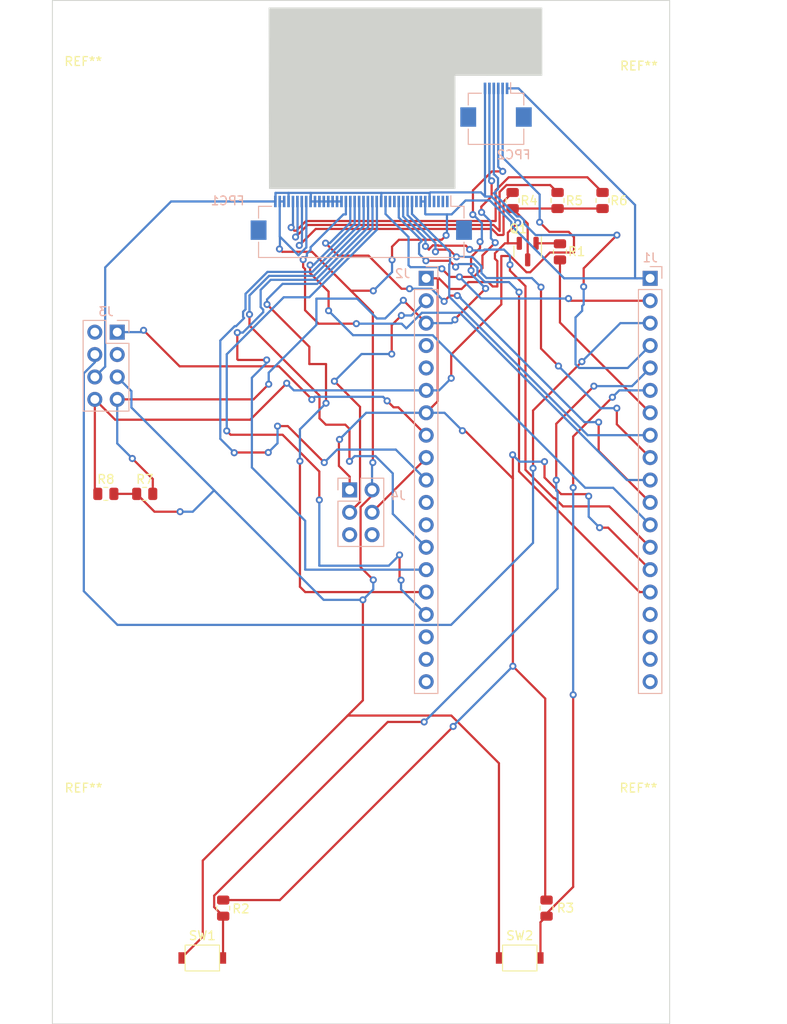
<source format=kicad_pcb>
(kicad_pcb (version 20211014) (generator pcbnew)
  (layers (0 "F.Cu" signal) (31 "B.Cu" signal) (34 "B.Paste" user) (35 "F.Paste" user) (36 "B.SilkS" user "B.Silkscreen") (37 "F.SilkS" user "F.Silkscreen") (38 "B.Mask" user) (39 "F.Mask" user) (44 "Edge.Cuts" user))
  (net 0 "")
  (net 5 "GND")
  (net 6 "3.3V")
  (net 8 "TFT_CS")
  (net 9 "DC_RS")
  (net 10 "TFT_WR")
  (net 11 "TFT_RD")
  (net 14 "TFT_RESET")
  (net 15 "DB0")
  (net 16 "DB1")
  (net 17 "DB2")
  (net 18 "DB3")
  (net 19 "DB4")
  (net 20 "DB5")
  (net 21 "DB6")
  (net 22 "DB7")
  (net 23 "LED_K1")
  (net 24 "LED_K2")
  (net 25 "LED_K3")
  (net 26 "SDA")
  (net 27 "SCL")
  (net 28 "CTC_IRQ")
  (net 29 "VP")
  (net 30 "BTN1")
  (net 31 "BTN2")
  (net 32 "TFT_Backlight")
  (net 37 "RELAY2T")
  (net 40 "IO19")
  (net 41 "RELAY1T")
  (net 51 "Net-(Q1-Pad1)")
  (net 52 "Net-(Q1-Pad3)")
  (footprint "MountingHole:MountingHole_2.2mm_M2" (layer "F.Cu") (at 64.167 123.6245)
    (fp_text reference "REF**")
    (fp_text value "MountingHole_2.2mm_M2")
  )
  (footprint "MountingHole:MountingHole_2.2mm_M2" (layer "F.Cu") (at 127.095 34.7015)
    (fp_text reference "REF**")
    (fp_text value "MountingHole_2.2mm_M2")
  )
  (footprint "Resistor_SMD:R_0805_2012Metric" (layer "F.Cu") (at 66.69 87.09)
    (fp_text reference "R8")
    (fp_text value "10K")
  )
  (footprint "Resistor_SMD:R_0805_2012Metric" (layer "F.Cu") (at 123.02 53.84 90)
    (fp_text reference "R6")
    (fp_text value "10")
  )
  (footprint "Resistor_SMD:R_0805_2012Metric" (layer "F.Cu") (at 71.1 87.09)
    (fp_text reference "R7")
    (fp_text value "10K")
  )
  (footprint "Resistor_SMD:R_0805_2012Metric" (layer "F.Cu") (at 112.82 53.84 90)
    (fp_text reference "R4")
    (fp_text value "10")
  )
  (footprint "MountingHole:MountingHole_2.2mm_M2" (layer "F.Cu") (at 64.167 34.7015)
    (fp_text reference "REF**")
    (fp_text value "MountingHole_2.2mm_M2")
  )
  (footprint "Resistor_SMD:R_0805_2012Metric" (layer "F.Cu") (at 116.67 134.04 -90)
    (fp_text reference "R3")
    (fp_text value "10K")
  )
  (footprint "Resistor_SMD:R_0805_2012Metric" (layer "F.Cu") (at 117.92 53.84 90)
    (fp_text reference "R5")
    (fp_text value "10")
  )
  (footprint "Resistor_SMD:R_0805_2012Metric" (layer "F.Cu") (at 118.19 59.66 90)
    (fp_text reference "R1")
    (fp_text value "10K")
  )
  (footprint "MountingHole:MountingHole_2.2mm_M2" (layer "F.Cu") (at 127.095 123.6245)
    (fp_text reference "REF**")
    (fp_text value "MountingHole_2.2mm_M2")
  )
  (footprint "LCSCManual:TS-1088R-02526" (layer "F.Cu") (at 77.631 137.1605 180)
    (fp_text reference "SW1")
    (fp_text value "SW_Push")
  )
  (footprint "Resistor_SMD:R_0805_2012Metric" (layer "F.Cu") (at 80 134.04 -90)
    (fp_text reference "R2")
    (fp_text value "10K")
  )
  (footprint "Package_TO_SOT_SMD:SOT-23" (layer "F.Cu") (at 114.53 59.63 -90)
    (fp_text reference "Q1")
    (fp_text value "BC817")
  )
  (footprint "LCSCManual:TS-1088R-02526" (layer "F.Cu") (at 113.631 137.1605 180)
    (fp_text reference "SW2")
    (fp_text value "SW_Push")
  )
  (footprint "Connector_PinHeader_2.54mm:PinHeader_2x04_P2.54mm_Vertical" (layer "B.Cu") (at 67.98 68.76 180)
    (fp_text reference "J3")
    (fp_text value "Conn_02x04_Top_Bottom")
  )
  (footprint "Connector_PinHeader_2.54mm:PinHeader_1x19_P2.54mm_Vertical" (layer "B.Cu") (at 128.42 62.66 180)
    (fp_text reference "J1")
    (fp_text value "Conn_01x19_Male")
  )
  (footprint "Connector_PinSocket_2.54mm:PinSocket_2x03_P2.54mm_Vertical" (layer "B.Cu") (at 94.341 86.6405 180)
    (fp_text reference "J4")
    (fp_text value "Conn_02x03_Top_Bottom")
  )
  (footprint "Connector_PinHeader_2.54mm:PinHeader_1x19_P2.54mm_Vertical" (layer "B.Cu") (at 103.02 62.66 180)
    (fp_text reference "J2")
    (fp_text value "Conn_01x19_Male")
  )
  (footprint "Connector_FFC-FPC:Hirose_FH12-6S-0.5SH_1x06-1MP_P0.50mm_Horizontal" (layer "B.Cu") (at 110.94 42.98 180)
    (fp_text reference "FPC2")
    (fp_text value "Conn_01x06")
  )
  (footprint "Connector_FFC-FPC:Hirose_FH12-40S-0.5SH_1x40-1MP_P0.50mm_Horizontal" (layer "B.Cu") (at 95.66 55.8 180)
    (fp_text reference "FPC1")
    (fp_text value "FPC_40P_0.5mm")
  )
  (gr_poly (pts (xy 85.240866 52.474359) (xy 106.288849 52.475567) (xy 106.28094 39.651213) (xy 116.136113 39.654883) (xy 116.133843 32.020715) (xy 85.201687 32.015837)) (layer "Edge.Cuts") (width 0.1) (fill solid))
  (gr_rect (start 60.631 31.1655) (end 130.631 147.1655) (layer "Edge.Cuts") (width 0.1) (fill none))
  (segment (start 121.45 87.35) (end 121.225 87.125) (width 0.25) (layer "F.Cu") (net 5))
  (segment (start 112.85 82.6845) (end 112.85 85.36) (width 0.25) (layer "F.Cu") (net 5))
  (segment (start 86.4225 133.1275) (end 80 133.1275) (width 0.25) (layer "F.Cu") (net 5))
  (segment (start 93.12 80.99) (end 93.19 80.92) (width 0.25) (layer "F.Cu") (net 5))
  (segment (start 112.2825 58.6925) (end 111.952195 58.6925) (width 0.25) (layer "F.Cu") (net 5))
  (segment (start 112.8255 82.66) (end 112.85 82.6845) (width 0.25) (layer "F.Cu") (net 5))
  (segment (start 123.66 90.92) (end 122.69 90.92) (width 0.25) (layer "F.Cu") (net 5))
  (segment (start 110.555305 63.58) (end 110.060305 63.085) (width 0.25) (layer "F.Cu") (net 5))
  (segment (start 107.820305 63.085) (end 107.035305 63.87) (width 0.25) (layer "F.Cu") (net 5))
  (segment (start 110.815 59.829695) (end 110.815 60.430305) (width 0.25) (layer "F.Cu") (net 5))
  (segment (start 112.85 106.62) (end 112.85 85.36) (width 0.25) (layer "F.Cu") (net 5))
  (segment (start 116.52 110.29) (end 116.52 132.9775) (width 0.25) (layer "F.Cu") (net 5))
  (segment (start 113.58 58.6925) (end 112.2825 58.6925) (width 0.25) (layer "F.Cu") (net 5))
  (segment (start 94.341 86.6405) (end 94.341 85.141) (width 0.25) (layer "F.Cu") (net 5))
  (segment (start 105.67 63.87) (end 104.46 62.66) (width 0.25) (layer "F.Cu") (net 5))
  (segment (start 110.060305 63.085) (end 107.820305 63.085) (width 0.25) (layer "F.Cu") (net 5))
  (segment (start 107.58 80.09) (end 107.42 79.93) (width 0.25) (layer "F.Cu") (net 5))
  (segment (start 94.341 85.141) (end 93.12 83.92) (width 0.25) (layer "F.Cu") (net 5))
  (segment (start 118.329695 87.125) (end 116.44 85.235305) (width 0.25) (layer "F.Cu") (net 5))
  (segment (start 104.46 62.66) (end 103.02 62.66) (width 0.25) (layer "F.Cu") (net 5))
  (segment (start 128.42 95.68) (end 123.66 90.92) (width 0.25) (layer "F.Cu") (net 5))
  (segment (start 104.33 62.79) (end 104.46 62.66) (width 0.25) (layer "F.Cu") (net 5))
  (segment (start 107.035305 63.87) (end 105.67 63.87) (width 0.25) (layer "F.Cu") (net 5))
  (segment (start 111.09 63.58) (end 110.555305 63.58) (width 0.25) (layer "F.Cu") (net 5))
  (segment (start 103.02 77.9) (end 104.33 76.59) (width 0.25) (layer "F.Cu") (net 5))
  (segment (start 121.225 87.125) (end 118.329695 87.125) (width 0.25) (layer "F.Cu") (net 5))
  (segment (start 106.08 113.47) (end 86.4225 133.1275) (width 0.25) (layer "F.Cu") (net 5))
  (segment (start 116.52 132.9775) (end 116.67 133.1275) (width 0.25) (layer "F.Cu") (net 5))
  (segment (start 112.2825 57.4875) (end 113.4 56.37) (width 0.25) (layer "F.Cu") (net 5))
  (segment (start 110.815 60.430305) (end 111.09 60.705305) (width 0.25) (layer "F.Cu") (net 5))
  (segment (start 112.85 85.36) (end 107.58 80.09) (width 0.25) (layer "F.Cu") (net 5))
  (segment (start 111.952195 58.6925) (end 110.815 59.829695) (width 0.25) (layer "F.Cu") (net 5))
  (segment (start 111.09 60.705305) (end 111.09 63.58) (width 0.25) (layer "F.Cu") (net 5))
  (segment (start 107.42 79.93) (end 107.13 79.93) (width 0.25) (layer "F.Cu") (net 5))
  (segment (start 93.12 83.92) (end 93.12 80.99) (width 0.25) (layer "F.Cu") (net 5))
  (segment (start 104.33 76.59) (end 104.33 62.79) (width 0.25) (layer "F.Cu") (net 5))
  (segment (start 112.2825 58.6925) (end 112.2825 57.4875) (width 0.25) (layer "F.Cu") (net 5))
  (segment (start 112.85 106.62) (end 116.52 110.29) (width 0.25) (layer "F.Cu") (net 5))
  (segment (start 106.08 113.45) (end 106.08 113.47) (width 0.25) (layer "F.Cu") (net 5))
  (segment (start 116.44 85.235305) (end 116.44 83.44) (width 0.25) (layer "F.Cu") (net 5))
  (via (at 112.8255 82.66) (size 0.8) (drill 0.4) (layers "F.Cu" "B.Cu") (net 5))
  (via (at 112.85 106.62) (size 0.8) (drill 0.4) (layers "F.Cu" "B.Cu") (net 5))
  (via (at 93.19 80.92) (size 0.8) (drill 0.4) (layers "F.Cu" "B.Cu") (net 5))
  (via (at 106.08 113.45) (size 0.8) (drill 0.4) (layers "F.Cu" "B.Cu") (net 5))
  (via (at 116.44 83.44) (size 0.8) (drill 0.4) (layers "F.Cu" "B.Cu") (net 5))
  (via (at 113.4 56.37) (size 0.8) (drill 0.4) (layers "F.Cu" "B.Cu") (net 5))
  (via (at 107.13 79.93) (size 0.8) (drill 0.4) (layers "F.Cu" "B.Cu") (net 5))
  (via (at 121.45 87.35) (size 0.8) (drill 0.4) (layers "F.Cu" "B.Cu") (net 5))
  (via (at 122.69 90.92) (size 0.8) (drill 0.4) (layers "F.Cu" "B.Cu") (net 5))
  (segment (start 109.23 52.92) (end 109.69 53.38) (width 0.25) (layer "B.Cu") (net 5))
  (segment (start 122.69 90.92) (end 121.45 89.68) (width 0.25) (layer "B.Cu") (net 5))
  (segment (start 106.08 113.39) (end 112.85 106.62) (width 0.25) (layer "B.Cu") (net 5))
  (segment (start 103.365 52.975) (end 103.41 53.02) (width 0.25) (layer "B.Cu") (net 5))
  (segment (start 121.45 89.68) (end 121.45 87.35) (width 0.25) (layer "B.Cu") (net 5))
  (segment (start 103.41 53.02) (end 103.41 53.95) (width 0.25) (layer "B.Cu") (net 5))
  (segment (start 89.93 53.49) (end 89.93 52.975) (width 0.25) (layer "B.Cu") (net 5))
  (segment (start 112.8255 82.66) (end 113.6055 83.44) (width 0.25) (layer "B.Cu") (net 5))
  (segment (start 110.42 53.39) (end 113.4 56.37) (width 0.25) (layer "B.Cu") (net 5))
  (segment (start 87.435 52.975) (end 89.885 52.975) (width 0.25) (layer "B.Cu") (net 5))
  (segment (start 89.91 53.95) (end 93.41 53.95) (width 0.25) (layer "B.Cu") (net 5))
  (segment (start 97.935 52.975) (end 103.365 52.975) (width 0.25) (layer "B.Cu") (net 5))
  (segment (start 97.935 52.975) (end 97.935 53.385) (width 0.25) (layer "B.Cu") (net 5))
  (segment (start 106.08 113.45) (end 106.08 113.39) (width 0.25) (layer "B.Cu") (net 5))
  (segment (start 105.1 77.9) (end 103.02 77.9) (width 0.25) (layer "B.Cu") (net 5))
  (segment (start 74.09 53.95) (end 66.615 61.425) (width 0.25) (layer "B.Cu") (net 5))
  (segment (start 89.93 53.49) (end 89.93 53.95) (width 0.25) (layer "B.Cu") (net 5))
  (segment (start 107.13 79.93) (end 105.1 77.9) (width 0.25) (layer "B.Cu") (net 5))
  (segment (start 103.41 53) (end 103.49 52.92) (width 0.25) (layer "B.Cu") (net 5))
  (segment (start 85.93 53.95) (end 74.09 53.95) (width 0.25) (layer "B.Cu") (net 5))
  (segment (start 103.41 53.02) (end 103.41 53) (width 0.25) (layer "B.Cu") (net 5))
  (segment (start 113.6055 83.44) (end 116.44 83.44) (width 0.25) (layer "B.Cu") (net 5))
  (segment (start 87.385 52.975) (end 85.935 52.975) (width 0.25) (layer "B.Cu") (net 5))
  (segment (start 109.69 53.38) (end 109.68 53.39) (width 0.25) (layer "B.Cu") (net 5))
  (segment (start 89.93 53.02) (end 89.93 53.49) (width 0.25) (layer "B.Cu") (net 5))
  (segment (start 96.21 77.9) (end 103.02 77.9) (width 0.25) (layer "B.Cu") (net 5))
  (segment (start 87.405 52.995) (end 87.385 52.975) (width 0.25) (layer "B.Cu") (net 5))
  (segment (start 85.93 52.98) (end 85.93 53.95) (width 0.25) (layer "B.Cu") (net 5))
  (segment (start 85.935 52.975) (end 85.93 52.98) (width 0.25) (layer "B.Cu") (net 5))
  (segment (start 93.19 80.92) (end 96.21 77.9) (width 0.25) (layer "B.Cu") (net 5))
  (segment (start 89.885 52.975) (end 89.93 53.02) (width 0.25) (layer "B.Cu") (net 5))
  (segment (start 109.69 41.13) (end 109.69 53.38) (width 0.25) (layer "B.Cu") (net 5))
  (segment (start 66.615 61.425) (end 66.615 72.665) (width 0.25) (layer "B.Cu") (net 5))
  (segment (start 87.41 53) (end 87.435 52.975) (width 0.25) (layer "B.Cu") (net 5))
  (segment (start 103.49 52.92) (end 109.23 52.92) (width 0.25) (layer "B.Cu") (net 5))
  (segment (start 66.615 72.665) (end 65.44 73.84) (width 0.25) (layer "B.Cu") (net 5))
  (segment (start 109.68 53.39) (end 110.42 53.39) (width 0.25) (layer "B.Cu") (net 5))
  (segment (start 87.41 53.95) (end 87.41 53) (width 0.25) (layer "B.Cu") (net 5))
  (segment (start 97.93 53.39) (end 97.93 54.44) (width 0.25) (layer "B.Cu") (net 5))
  (segment (start 97.935 53.385) (end 97.93 53.39) (width 0.25) (layer "B.Cu") (net 5))
  (segment (start 89.93 52.975) (end 97.935 52.975) (width 0.25) (layer "B.Cu") (net 5))
  (segment (start 94.115 112.215) (end 77.68 128.65) (width 0.25) (layer "F.Cu") (net 6))
  (segment (start 96.97 66.555305) (end 96.97 83.54) (width 0.25) (layer "F.Cu") (net 6))
  (segment (start 105.870305 112.215) (end 94.115 112.215) (width 0.25) (layer "F.Cu") (net 6))
  (segment (start 90.068355 59.65366) (end 94.477347 64.062653) (width 0.25) (layer "F.Cu") (net 6))
  (segment (start 105.28 57.7895) (end 104.7795 58.29) (width 0.25) (layer "F.Cu") (net 6))
  (segment (start 99.93 58.29) (end 99.15 59.07) (width 0.25) (layer "F.Cu") (net 6))
  (segment (start 77.68 128.65) (end 77.68 137.2815) (width 0.25) (layer "F.Cu") (net 6))
  (segment (start 104.7795 58.29) (end 99.93 58.29) (width 0.25) (layer "F.Cu") (net 6))
  (segment (start 95.58 95.4) (end 95.58 88.577896) (width 0.25) (layer "F.Cu") (net 6))
  (segment (start 70.1875 87.09) (end 72.2075 89.11) (width 0.25) (layer "F.Cu") (net 6))
  (segment (start 111.271 139.6905) (end 111.271 117.615695) (width 0.25) (layer "F.Cu") (net 6))
  (segment (start 77.68 137.2815) (end 75.271 139.6905) (width 0.25) (layer "F.Cu") (net 6))
  (segment (start 97.02 64.08) (end 97.002653 64.062653) (width 0.25) (layer "F.Cu") (net 6))
  (segment (start 94.115 112.215) (end 95.84 110.49) (width 0.25) (layer "F.Cu") (net 6))
  (segment (start 97.02 96.84) (end 95.58 95.4) (width 0.25) (layer "F.Cu") (net 6))
  (segment (start 96.881 87.276896) (end 96.881 86.6405) (width 0.25) (layer "F.Cu") (net 6))
  (segment (start 86.38 59.34) (end 86.69366 59.65366) (width 0.25) (layer "F.Cu") (net 6))
  (segment (start 111.271 117.615695) (end 105.870305 112.215) (width 0.25) (layer "F.Cu") (net 6))
  (segment (start 86.69366 59.65366) (end 90.068355 59.65366) (width 0.25) (layer "F.Cu") (net 6))
  (segment (start 94.477347 64.062653) (end 96.97 66.555305) (width 0.25) (layer "F.Cu") (net 6))
  (segment (start 97.002653 64.062653) (end 94.477347 64.062653) (width 0.25) (layer "F.Cu") (net 6))
  (segment (start 72.2075 89.11) (end 75.11 89.11) (width 0.25) (layer "F.Cu") (net 6))
  (segment (start 95.84 110.49) (end 95.84 99.1) (width 0.25) (layer "F.Cu") (net 6))
  (segment (start 99.15 59.07) (end 99.15 60.57) (width 0.25) (layer "F.Cu") (net 6))
  (segment (start 95.58 88.577896) (end 96.881 87.276896) (width 0.25) (layer "F.Cu") (net 6))
  (segment (start 70.1875 87.09) (end 67.6025 87.09) (width 0.25) (layer "F.Cu") (net 6))
  (via (at 75.11 89.11) (size 0.8) (drill 0.4) (layers "F.Cu" "B.Cu") (net 6))
  (via (at 86.38 59.34) (size 0.8) (drill 0.4) (layers "F.Cu" "B.Cu") (net 6))
  (via (at 99.15 60.57) (size 0.8) (drill 0.4) (layers "F.Cu" "B.Cu") (net 6))
  (via (at 95.84 99.1) (size 0.8) (drill 0.4) (layers "F.Cu" "B.Cu") (net 6))
  (via (at 96.97 83.54) (size 0.8) (drill 0.4) (layers "F.Cu" "B.Cu") (net 6))
  (via (at 97.02 96.84) (size 0.8) (drill 0.4) (layers "F.Cu" "B.Cu") (net 6))
  (via (at 97.02 64.08) (size 0.8) (drill 0.4) (layers "F.Cu" "B.Cu") (net 6))
  (via (at 105.28 57.7895) (size 0.8) (drill 0.4) (layers "F.Cu" "B.Cu") (net 6))
  (segment (start 126.93 62.66) (end 128.42 62.66) (width 0.25) (layer "B.Cu") (net 6))
  (segment (start 105.905 55.415) (end 107.48 53.84) (width 0.25) (layer "B.Cu") (net 6))
  (segment (start 102.955 55.415) (end 105.375 55.415) (width 0.25) (layer "B.Cu") (net 6))
  (segment (start 99.15 61.95) (end 97.02 64.08) (width 0.25) (layer "B.Cu") (net 6))
  (segment (start 126.71 54.35) (end 126.71 62.53) (width 0.25) (layer "B.Cu") (net 6))
  (segment (start 86.41 57.92) (end 86.41 54.46) (width 0.25) (layer "B.Cu") (net 6))
  (segment (start 112.19 41.13) (end 113.49 41.13) (width 0.25) (layer "B.Cu") (net 6))
  (segment (start 118.664695 62.66) (end 126.93 62.66) (width 0.25) (layer "B.Cu") (net 6))
  (segment (start 69.589871 75.449871) (end 67.98 73.84) (width 0.25) (layer "B.Cu") (net 6))
  (segment (start 95.84 99.1) (end 97.02 97.92) (width 0.25) (layer "B.Cu") (net 6))
  (segment (start 76.55 89.11) (end 78.97415 86.68585) (width 0.25) (layer "B.Cu") (net 6))
  (segment (start 78.97415 86.68585) (end 69.589871 77.301572) (width 0.25) (layer "B.Cu") (net 6))
  (segment (start 105.375 57.6945) (end 105.28 57.7895) (width 0.25) (layer "B.Cu") (net 6))
  (segment (start 96.881 83.629) (end 96.97 83.54) (width 0.25) (layer "B.Cu") (net 6))
  (segment (start 107.48 53.84) (end 110.233604 53.84) (width 0.25) (layer "B.Cu") (net 6))
  (segment (start 112.675 56.670305) (end 118.664695 62.66) (width 0.25) (layer "B.Cu") (net 6))
  (segment (start 102.91 55.37) (end 102.955 55.415) (width 0.25) (layer "B.Cu") (net 6))
  (segment (start 105.375 55.415) (end 105.905 55.415) (width 0.25) (layer "B.Cu") (net 6))
  (segment (start 102.91 53.95) (end 102.91 55.37) (width 0.25) (layer "B.Cu") (net 6))
  (segment (start 89.43 59.15192) (end 88.53596 60.04596) (width 0.25) (layer "B.Cu") (net 6))
  (segment (start 86.41 53.95) (end 86.91 53.95) (width 0.25) (layer "B.Cu") (net 6))
  (segment (start 97.02 97.92) (end 97.02 96.84) (width 0.25) (layer "B.Cu") (net 6))
  (segment (start 96.881 86.6405) (end 96.881 83.629) (width 0.25) (layer "B.Cu") (net 6))
  (segment (start 110.233604 53.84) (end 112.675 56.281396) (width 0.25) (layer "B.Cu") (net 6))
  (segment (start 88.53596 60.04596) (end 86.43 57.94) (width 0.25) (layer "B.Cu") (net 6))
  (segment (start 99.15 60.57) (end 99.15 61.95) (width 0.25) (layer "B.Cu") (net 6))
  (segment (start 105.375 55.415) (end 105.375 57.6945) (width 0.25) (layer "B.Cu") (net 6))
  (segment (start 102.91 53.95) (end 102.41 53.95) (width 0.25) (layer "B.Cu") (net 6))
  (segment (start 89.43 54.44) (end 89.43 59.15192) (width 0.25) (layer "B.Cu") (net 6))
  (segment (start 91.388299 99.1) (end 78.97415 86.68585) (width 0.25) (layer "B.Cu") (net 6))
  (segment (start 112.675 56.281396) (end 112.675 56.670305) (width 0.25) (layer "B.Cu") (net 6))
  (segment (start 86.41 54.46) (end 86.43 54.44) (width 0.25) (layer "B.Cu") (net 6))
  (segment (start 95.84 99.1) (end 91.388299 99.1) (width 0.25) (layer "B.Cu") (net 6))
  (segment (start 75.11 89.11) (end 76.55 89.11) (width 0.25) (layer "B.Cu") (net 6))
  (segment (start 86.43 59.29) (end 86.38 59.34) (width 0.25) (layer "B.Cu") (net 6))
  (segment (start 69.589871 77.301572) (end 69.589871 75.449871) (width 0.25) (layer "B.Cu") (net 6))
  (segment (start 113.49 41.13) (end 126.71 54.35) (width 0.25) (layer "B.Cu") (net 6))
  (segment (start 86.43 57.94) (end 86.41 57.92) (width 0.25) (layer "B.Cu") (net 6))
  (segment (start 86.43 57.94) (end 86.43 59.29) (width 0.25) (layer "B.Cu") (net 6))
  (segment (start 105.635 61.079695) (end 105.635 64.735) (width 0.25) (layer "B.Cu") (net 8))
  (segment (start 105.73 60.984695) (end 105.635 61.079695) (width 0.25) (layer "B.Cu") (net 8))
  (segment (start 101.41 54.46) (end 101.41 55.37) (width 0.25) (layer "B.Cu") (net 8))
  (segment (start 105.635 64.735) (end 121.34 80.44) (width 0.25) (layer "B.Cu") (net 8))
  (segment (start 121.34 80.44) (end 128.42 80.44) (width 0.25) (layer "B.Cu") (net 8))
  (segment (start 101.41 55.37) (end 105.73 59.69) (width 0.25) (layer "B.Cu") (net 8))
  (segment (start 101.43 54.44) (end 101.41 54.46) (width 0.25) (layer "B.Cu") (net 8))
  (segment (start 105.73 59.69) (end 105.73 60.984695) (width 0.25) (layer "B.Cu") (net 8))
  (segment (start 116.04 70.62) (end 118.02 72.6) (width 0.25) (layer "F.Cu") (net 9))
  (segment (start 104.31 59.41) (end 104.07 59.65) (width 0.25) (layer "F.Cu") (net 9))
  (segment (start 124.64 77.38) (end 124.64 79.2) (width 0.25) (layer "F.Cu") (net 9))
  (segment (start 116.04 63.66) (end 116.04 70.62) (width 0.25) (layer "F.Cu") (net 9))
  (segment (start 124.64 79.2) (end 128.42 82.98) (width 0.25) (layer "F.Cu") (net 9))
  (segment (start 106.4545 60.23) (end 105.6345 59.41) (width 0.25) (layer "F.Cu") (net 9))
  (segment (start 105.6345 59.41) (end 104.31 59.41) (width 0.25) (layer "F.Cu") (net 9))
  (via (at 124.64 77.38) (size 0.8) (drill 0.4) (layers "F.Cu" "B.Cu") (net 9))
  (via (at 116.04 63.66) (size 0.8) (drill 0.4) (layers "F.Cu" "B.Cu") (net 9))
  (via (at 104.07 59.65) (size 0.8) (drill 0.4) (layers "F.Cu" "B.Cu") (net 9))
  (via (at 106.4545 60.23) (size 0.8) (drill 0.4) (layers "F.Cu" "B.Cu") (net 9))
  (via (at 118.02 72.6) (size 0.8) (drill 0.4) (layers "F.Cu" "B.Cu") (net 9))
  (segment (start 115.015 62.635) (end 116.04 63.66) (width 0.25) (layer "B.Cu") (net 9))
  (segment (start 106.4545 60.23) (end 108.231701 60.23) (width 0.25) (layer "B.Cu") (net 9))
  (segment (start 100.93 54.44) (end 100.91 54.46) (width 0.25) (layer "B.Cu") (net 9))
  (segment (start 108.231701 60.23) (end 109.285 61.283299) (width 0.25) (layer "B.Cu") (net 9))
  (segment (start 122.8 77.38) (end 124.64 77.38) (width 0.25) (layer "B.Cu") (net 9))
  (segment (start 109.857792 62.635) (end 115.015 62.635) (width 0.25) (layer "B.Cu") (net 9))
  (segment (start 109.285 62.062208) (end 109.857792 62.635) (width 0.25) (layer "B.Cu") (net 9))
  (segment (start 118.02 72.6) (end 122.8 77.38) (width 0.25) (layer "B.Cu") (net 9))
  (segment (start 104.07 58.666396) (end 104.07 59.65) (width 0.25) (layer "B.Cu") (net 9))
  (segment (start 100.91 54.46) (end 100.91 55.506396) (width 0.25) (layer "B.Cu") (net 9))
  (segment (start 109.285 61.283299) (end 109.285 62.062208) (width 0.25) (layer "B.Cu") (net 9))
  (segment (start 100.91 55.506396) (end 104.07 58.666396) (width 0.25) (layer "B.Cu") (net 9))
  (segment (start 104.405305 58.96) (end 104.370305 58.925) (width 0.25) (layer "F.Cu") (net 10))
  (segment (start 103.345 59.349695) (end 103.345 59.4) (width 0.25) (layer "F.Cu") (net 10))
  (segment (start 112.52 61.12) (end 112.52 61.79) (width 0.25) (layer "F.Cu") (net 10))
  (segment (start 114.28 84.365305) (end 114.28 63.55) (width 0.25) (layer "F.Cu") (net 10))
  (segment (start 107.95 59.389502) (end 107.520498 58.96) (width 0.25) (layer "F.Cu") (net 10))
  (segment (start 112.52 61.79) (end 113.59 62.86) (width 0.25) (layer "F.Cu") (net 10))
  (segment (start 123.79 88.51) (end 118.54 88.51) (width 0.25) (layer "F.Cu") (net 10))
  (segment (start 117.489695 87.575) (end 114.28 84.365305) (width 0.25) (layer "F.Cu") (net 10))
  (segment (start 103.345 59.4) (end 103.31 59.4) (width 0.25) (layer "F.Cu") (net 10))
  (segment (start 107.520498 58.96) (end 104.405305 58.96) (width 0.25) (layer "F.Cu") (net 10))
  (segment (start 117.605 87.575) (end 117.489695 87.575) (width 0.25) (layer "F.Cu") (net 10))
  (segment (start 103.769695 58.925) (end 103.345 59.349695) (width 0.25) (layer "F.Cu") (net 10))
  (segment (start 104.370305 58.925) (end 103.769695 58.925) (width 0.25) (layer "F.Cu") (net 10))
  (segment (start 114.28 63.55) (end 113.59 62.86) (width 0.25) (layer "F.Cu") (net 10))
  (segment (start 118.54 88.51) (end 117.605 87.575) (width 0.25) (layer "F.Cu") (net 10))
  (segment (start 128.42 93.14) (end 123.79 88.51) (width 0.25) (layer "F.Cu") (net 10))
  (segment (start 103.31 59.4) (end 102.94 59.03) (width 0.25) (layer "F.Cu") (net 10))
  (via (at 112.52 61.12) (size 0.8) (drill 0.4) (layers "F.Cu" "B.Cu") (net 10))
  (via (at 107.95 59.389502) (size 0.8) (drill 0.4) (layers "F.Cu" "B.Cu") (net 10))
  (via (at 102.94 59.03) (size 0.8) (drill 0.4) (layers "F.Cu" "B.Cu") (net 10))
  (segment (start 111.840305 59.405) (end 112.52 60.084695) (width 0.25) (layer "B.Cu") (net 10))
  (segment (start 109.628604 59.405) (end 111.840305 59.405) (width 0.25) (layer "B.Cu") (net 10))
  (segment (start 100.41 55.642792) (end 102.94 58.172792) (width 0.25) (layer "B.Cu") (net 10))
  (segment (start 100.43 54.44) (end 100.41 54.46) (width 0.25) (layer "B.Cu") (net 10))
  (segment (start 102.94 58.172792) (end 102.94 59.03) (width 0.25) (layer "B.Cu") (net 10))
  (segment (start 112.52 60.084695) (end 112.52 61.12) (width 0.25) (layer "B.Cu") (net 10))
  (segment (start 107.95 59.389502) (end 108.059102 59.498604) (width 0.25) (layer "B.Cu") (net 10))
  (segment (start 109.535 59.498604) (end 109.628604 59.405) (width 0.25) (layer "B.Cu") (net 10))
  (segment (start 100.41 54.46) (end 100.41 55.642792) (width 0.25) (layer "B.Cu") (net 10))
  (segment (start 108.059102 59.498604) (end 109.535 59.498604) (width 0.25) (layer "B.Cu") (net 10))
  (segment (start 105.65 60.67) (end 106.36 61.38) (width 0.25) (layer "F.Cu") (net 11))
  (segment (start 113.55 64.2255) (end 113.55 84.552081) (width 0.25) (layer "F.Cu") (net 11))
  (segment (start 127.217919 98.22) (end 128.42 98.22) (width 0.25) (layer "F.Cu") (net 11))
  (segment (start 113.55 84.552081) (end 127.217919 98.22) (width 0.25) (layer "F.Cu") (net 11))
  (segment (start 102.99 60.67) (end 105.65 60.67) (width 0.25) (layer "F.Cu") (net 11))
  (via (at 102.99 60.67) (size 0.8) (drill 0.4) (layers "F.Cu" "B.Cu") (net 11))
  (via (at 106.36 61.38) (size 0.8) (drill 0.4) (layers "F.Cu" "B.Cu") (net 11))
  (via (at 113.55 64.2255) (size 0.8) (drill 0.4) (layers "F.Cu" "B.Cu") (net 11))
  (segment (start 108.835 62.248604) (end 109.671396 63.085) (width 0.25) (layer "B.Cu") (net 11))
  (segment (start 106.36 61.38) (end 106.695 61.045) (width 0.25) (layer "B.Cu") (net 11))
  (segment (start 99.91 55.779188) (end 102.49 58.359188) (width 0.25) (layer "B.Cu") (net 11))
  (segment (start 108.410305 61.045) (end 108.835 61.469695) (width 0.25) (layer "B.Cu") (net 11))
  (segment (start 108.835 61.469695) (end 108.835 62.248604) (width 0.25) (layer "B.Cu") (net 11))
  (segment (start 102.49 58.359188) (end 102.49 58.454695) (width 0.25) (layer "B.Cu") (net 11))
  (segment (start 99.93 54.44) (end 99.91 54.46) (width 0.25) (layer "B.Cu") (net 11))
  (segment (start 106.695 61.045) (end 108.410305 61.045) (width 0.25) (layer "B.Cu") (net 11))
  (segment (start 102.49 58.454695) (end 102.215 58.729695) (width 0.25) (layer "B.Cu") (net 11))
  (segment (start 102.215 59.895) (end 102.99 60.67) (width 0.25) (layer "B.Cu") (net 11))
  (segment (start 102.215 58.729695) (end 102.215 59.895) (width 0.25) (layer "B.Cu") (net 11))
  (segment (start 112.4095 63.085) (end 113.55 64.2255) (width 0.25) (layer "B.Cu") (net 11))
  (segment (start 109.671396 63.085) (end 112.4095 63.085) (width 0.25) (layer "B.Cu") (net 11))
  (segment (start 99.91 54.46) (end 99.91 55.779188) (width 0.25) (layer "B.Cu") (net 11))
  (segment (start 104.8 61.58) (end 105.72 62.5) (width 0.25) (layer "F.Cu") (net 14))
  (segment (start 109.4 60.07) (end 109.4 61.505305) (width 0.25) (layer "F.Cu") (net 14))
  (segment (start 109.27 54.54) (end 109.27 55.15) (width 0.25) (layer "F.Cu") (net 14))
  (segment (start 108.405305 62.5) (end 106.79 62.5) (width 0.25) (layer "F.Cu") (net 14))
  (segment (start 110.44 51.61) (end 110.44 53.37) (width 0.25) (layer "F.Cu") (net 14))
  (segment (start 110.85 58.62) (end 109.4 60.07) (width 0.25) (layer "F.Cu") (net 14))
  (segment (start 105.72 62.5) (end 106.79 62.5) (width 0.25) (layer "F.Cu") (net 14))
  (segment (start 119.16 64.95) (end 119.41 65.2) (width 0.25) (layer "F.Cu") (net 14))
  (segment (start 119.41 65.2) (end 128.42 65.2) (width 0.25) (layer "F.Cu") (net 14))
  (segment (start 109.27 55.15) (end 109.3 55.18) (width 0.25) (layer "F.Cu") (net 14))
  (segment (start 109.4 61.505305) (end 108.405305 62.5) (width 0.25) (layer "F.Cu") (net 14))
  (segment (start 110.44 53.37) (end 109.27 54.54) (width 0.25) (layer "F.Cu") (net 14))
  (via (at 109.3 55.18) (size 0.8) (drill 0.4) (layers "F.Cu" "B.Cu") (net 14))
  (via (at 110.44 51.61) (size 0.8) (drill 0.4) (layers "F.Cu" "B.Cu") (net 14))
  (via (at 119.16 64.95) (size 0.8) (drill 0.4) (layers "F.Cu" "B.Cu") (net 14))
  (via (at 110.85 58.62) (size 0.8) (drill 0.4) (layers "F.Cu" "B.Cu") (net 14))
  (via (at 106.79 62.5) (size 0.8) (drill 0.4) (layers "F.Cu" "B.Cu") (net 14))
  (via (at 104.8 61.58) (size 0.8) (drill 0.4) (layers "F.Cu" "B.Cu") (net 14))
  (segment (start 101.02 57.98) (end 101.02 61.18) (width 0.25) (layer "B.Cu") (net 14))
  (segment (start 110.85 58.62) (end 110.36 58.13) (width 0.25) (layer "B.Cu") (net 14))
  (segment (start 101.02 61.18) (end 101.235 61.395) (width 0.25) (layer "B.Cu") (net 14))
  (segment (start 104.615 61.395) (end 104.8 61.58) (width 0.25) (layer "B.Cu") (net 14))
  (segment (start 110.19 51.36) (end 110.44 51.61) (width 0.25) (layer "B.Cu") (net 14))
  (segment (start 106.79 62.5) (end 109.24 64.95) (width 0.25) (layer "B.Cu") (net 14))
  (segment (start 101.235 61.395) (end 104.615 61.395) (width 0.25) (layer "B.Cu") (net 14))
  (segment (start 98.41 55.37) (end 101.02 57.98) (width 0.25) (layer "B.Cu") (net 14))
  (segment (start 98.41 54.46) (end 98.41 55.37) (width 0.25) (layer "B.Cu") (net 14))
  (segment (start 98.43 54.44) (end 98.41 54.46) (width 0.25) (layer "B.Cu") (net 14))
  (segment (start 110.36 58.13) (end 110.36 56.24) (width 0.25) (layer "B.Cu") (net 14))
  (segment (start 109.24 64.95) (end 119.16 64.95) (width 0.25) (layer "B.Cu") (net 14))
  (segment (start 110.19 41.13) (end 110.19 51.36) (width 0.25) (layer "B.Cu") (net 14))
  (segment (start 110.36 56.24) (end 109.3 55.18) (width 0.25) (layer "B.Cu") (net 14))
  (segment (start 80.4 79.95) (end 80.84 80.39) (width 0.25) (layer "F.Cu") (net 15))
  (segment (start 100 94.01) (end 100 96.7) (width 0.25) (layer "F.Cu") (net 15))
  (segment (start 90.9 84.554695) (end 90.9 87.78) (width 0.25) (layer "F.Cu") (net 15))
  (segment (start 80.84 80.39) (end 86.735305 80.39) (width 0.25) (layer "F.Cu") (net 15))
  (segment (start 86.735305 80.39) (end 90.9 84.554695) (width 0.25) (layer "F.Cu") (net 15))
  (segment (start 100 96.7) (end 100.17 96.87) (width 0.25) (layer "F.Cu") (net 15))
  (via (at 100 94.01) (size 0.8) (drill 0.4) (layers "F.Cu" "B.Cu") (net 15))
  (via (at 80.4 79.95) (size 0.8) (drill 0.4) (layers "F.Cu" "B.Cu") (net 15))
  (via (at 90.9 87.78) (size 0.8) (drill 0.4) (layers "F.Cu" "B.Cu") (net 15))
  (via (at 100.17 96.87) (size 0.8) (drill 0.4) (layers "F.Cu" "B.Cu") (net 15))
  (segment (start 97.43 54.44) (end 97.43 57.15) (width 0.25) (layer "B.Cu") (net 15))
  (segment (start 86.86 64.81) (end 80.4 71.27) (width 0.25) (layer "B.Cu") (net 15))
  (segment (start 100.17 97.91) (end 103.02 100.76) (width 0.25) (layer "B.Cu") (net 15))
  (segment (start 100.17 96.87) (end 100.17 97.91) (width 0.25) (layer "B.Cu") (net 15))
  (segment (start 80.4 71.27) (end 80.4 79.95) (width 0.25) (layer "B.Cu") (net 15))
  (segment (start 90.9 95.23) (end 98.78 95.23) (width 0.25) (layer "B.Cu") (net 15))
  (segment (start 90.9 87.78) (end 90.9 95.23) (width 0.25) (layer "B.Cu") (net 15))
  (segment (start 97.43 57.15) (end 89.77 64.81) (width 0.25) (layer "B.Cu") (net 15))
  (segment (start 89.77 64.81) (end 86.86 64.81) (width 0.25) (layer "B.Cu") (net 15))
  (segment (start 98.78 95.23) (end 100 94.01) (width 0.25) (layer "B.Cu") (net 15))
  (segment (start 89.766701 72.376701) (end 91.66 72.376701) (width 0.25) (layer "F.Cu") (net 16))
  (segment (start 84.97 65.62) (end 89.766701 70.416701) (width 0.25) (layer "F.Cu") (net 16))
  (segment (start 103.02 98.22) (end 89.3 98.22) (width 0.25) (layer "F.Cu") (net 16))
  (segment (start 89.3 98.22) (end 88.7 97.62) (width 0.25) (layer "F.Cu") (net 16))
  (segment (start 89.766701 70.416701) (end 89.766701 72.376701) (width 0.25) (layer "F.Cu") (net 16))
  (segment (start 91.66 72.376701) (end 91.66 76.81) (width 0.25) (layer "F.Cu") (net 16))
  (segment (start 88.7 97.62) (end 88.7 83.38) (width 0.25) (layer "F.Cu") (net 16))
  (via (at 88.7 83.38) (size 0.8) (drill 0.4) (layers "F.Cu" "B.Cu") (net 16))
  (via (at 84.97 65.62) (size 0.8) (drill 0.4) (layers "F.Cu" "B.Cu") (net 16))
  (via (at 91.66 76.81) (size 0.8) (drill 0.4) (layers "F.Cu" "B.Cu") (net 16))
  (segment (start 96.93 57.013604) (end 90.653604 63.29) (width 0.25) (layer "B.Cu") (net 16))
  (segment (start 90.653604 63.29) (end 86.73 63.29) (width 0.25) (layer "B.Cu") (net 16))
  (segment (start 84.97 65.05) (end 84.97 65.62) (width 0.25) (layer "B.Cu") (net 16))
  (segment (start 86.73 63.29) (end 84.97 65.05) (width 0.25) (layer "B.Cu") (net 16))
  (segment (start 88.7 83.38) (end 88.7 79.77) (width 0.25) (layer "B.Cu") (net 16))
  (segment (start 96.93 54.44) (end 96.93 57.013604) (width 0.25) (layer "B.Cu") (net 16))
  (segment (start 88.7 79.77) (end 91.66 76.81) (width 0.25) (layer "B.Cu") (net 16))
  (segment (start 81.6 71.83) (end 81.6 68.81) (width 0.25) (layer "F.Cu") (net 17))
  (segment (start 84.93 71.91) (end 81.68 71.91) (width 0.25) (layer "F.Cu") (net 17))
  (segment (start 81.68 71.91) (end 81.6 71.83) (width 0.25) (layer "F.Cu") (net 17))
  (via (at 81.6 68.81) (size 0.8) (drill 0.4) (layers "F.Cu" "B.Cu") (net 17))
  (via (at 84.93 71.91) (size 0.8) (drill 0.4) (layers "F.Cu" "B.Cu") (net 17))
  (segment (start 84.93 72.25) (end 83.25 73.93) (width 0.25) (layer "B.Cu") (net 17))
  (segment (start 84.54 66.493604) (end 82.223604 68.81) (width 0.25) (layer "B.Cu") (net 17))
  (segment (start 90.477208 62.83) (end 85.39 62.83) (width 0.25) (layer "B.Cu") (net 17))
  (segment (start 84.54 66.215305) (end 84.54 66.493604) (width 0.25) (layer "B.Cu") (net 17))
  (segment (start 84.245 63.975) (end 84.245 65.920305) (width 0.25) (layer "B.Cu") (net 17))
  (segment (start 84.245 65.920305) (end 84.54 66.215305) (width 0.25) (layer "B.Cu") (net 17))
  (segment (start 89.3 95.68) (end 103.02 95.68) (width 0.25) (layer "B.Cu") (net 17))
  (segment (start 96.43 54.44) (end 96.43 56.877208) (width 0.25) (layer "B.Cu") (net 17))
  (segment (start 82.223604 68.81) (end 81.6 68.81) (width 0.25) (layer "B.Cu") (net 17))
  (segment (start 84.93 71.91) (end 84.93 72.25) (width 0.25) (layer "B.Cu") (net 17))
  (segment (start 96.43 56.877208) (end 90.477208 62.83) (width 0.25) (layer "B.Cu") (net 17))
  (segment (start 89.3 90.15) (end 89.3 95.68) (width 0.25) (layer "B.Cu") (net 17))
  (segment (start 83.25 84.1) (end 89.3 90.15) (width 0.25) (layer "B.Cu") (net 17))
  (segment (start 83.25 73.93) (end 83.25 84.1) (width 0.25) (layer "B.Cu") (net 17))
  (segment (start 85.39 62.83) (end 84.245 63.975) (width 0.25) (layer "B.Cu") (net 17))
  (segment (start 94.32 79.72) (end 94.32 83.4) (width 0.25) (layer "F.Cu") (net 18))
  (segment (start 82.98 66.75) (end 82.98 68.004695) (width 0.25) (layer "F.Cu") (net 18))
  (segment (start 82.98 68.004695) (end 90.92 75.944695) (width 0.25) (layer "F.Cu") (net 18))
  (segment (start 91.64 79.25) (end 93.85 79.25) (width 0.25) (layer "F.Cu") (net 18))
  (segment (start 90.92 78.53) (end 91.64 79.25) (width 0.25) (layer "F.Cu") (net 18))
  (segment (start 90.92 75.944695) (end 90.92 78.53) (width 0.25) (layer "F.Cu") (net 18))
  (segment (start 93.85 79.25) (end 94.32 79.72) (width 0.25) (layer "F.Cu") (net 18))
  (via (at 94.32 83.4) (size 0.8) (drill 0.4) (layers "F.Cu" "B.Cu") (net 18))
  (via (at 82.98 66.75) (size 0.8) (drill 0.4) (layers "F.Cu" "B.Cu") (net 18))
  (segment (start 95.93 54.44) (end 95.93 56.740812) (width 0.25) (layer "B.Cu") (net 18))
  (segment (start 97.270305 82.815) (end 99.23 84.774695) (width 0.25) (layer "B.Cu") (net 18))
  (segment (start 90.290812 62.38) (end 85.203604 62.38) (width 0.25) (layer "B.Cu") (net 18))
  (segment (start 95.93 56.740812) (end 90.290812 62.38) (width 0.25) (layer "B.Cu") (net 18))
  (segment (start 94.32 83.4) (end 94.905 82.815) (width 0.25) (layer "B.Cu") (net 18))
  (segment (start 94.905 82.815) (end 97.270305 82.815) (width 0.25) (layer "B.Cu") (net 18))
  (segment (start 99.23 84.774695) (end 99.23 85) (width 0.25) (layer "B.Cu") (net 18))
  (segment (start 99.23 85) (end 99.23 89.35) (width 0.25) (layer "B.Cu") (net 18))
  (segment (start 82.98 64.603604) (end 82.98 66.75) (width 0.25) (layer "B.Cu") (net 18))
  (segment (start 99.23 89.35) (end 103.02 93.14) (width 0.25) (layer "B.Cu") (net 18))
  (segment (start 85.203604 62.38) (end 82.98 64.603604) (width 0.25) (layer "B.Cu") (net 18))
  (segment (start 86.16 79.41) (end 87.33 79.41) (width 0.25) (layer "F.Cu") (net 19))
  (segment (start 81.28 82.4) (end 85.11 82.4) (width 0.25) (layer "F.Cu") (net 19))
  (segment (start 81.25 82.43) (end 81.28 82.4) (width 0.25) (layer "F.Cu") (net 19))
  (segment (start 87.33 79.41) (end 91.46 83.54) (width 0.25) (layer "F.Cu") (net 19))
  (via (at 91.46 83.54) (size 0.8) (drill 0.4) (layers "F.Cu" "B.Cu") (net 19))
  (via (at 86.16 79.41) (size 0.8) (drill 0.4) (layers "F.Cu" "B.Cu") (net 19))
  (via (at 81.25 82.43) (size 0.8) (drill 0.4) (layers "F.Cu" "B.Cu") (net 19))
  (via (at 85.11 82.4) (size 0.8) (drill 0.4) (layers "F.Cu" "B.Cu") (net 19))
  (segment (start 91.46 83.54) (end 92.93 82.07) (width 0.25) (layer "B.Cu") (net 19))
  (segment (start 82.53 66.174695) (end 82.255 66.449695) (width 0.25) (layer "B.Cu") (net 19))
  (segment (start 81.299695 68.085) (end 79.67 69.714695) (width 0.25) (layer "B.Cu") (net 19))
  (segment (start 82.53 64.417208) (end 82.53 66.174695) (width 0.25) (layer "B.Cu") (net 19))
  (segment (start 79.67 80.85) (end 81.25 82.43) (width 0.25) (layer "B.Cu") (net 19))
  (segment (start 82.255 66.449695) (end 82.255 67.050305) (width 0.25) (layer "B.Cu") (net 19))
  (segment (start 85.11 82.4) (end 86.16 81.35) (width 0.25) (layer "B.Cu") (net 19))
  (segment (start 86.16 81.35) (end 86.16 79.41) (width 0.25) (layer "B.Cu") (net 19))
  (segment (start 92.93 82.07) (end 99.57 82.07) (width 0.25) (layer "B.Cu") (net 19))
  (segment (start 90.104416 61.93) (end 85.017208 61.93) (width 0.25) (layer "B.Cu") (net 19))
  (segment (start 85.017208 61.93) (end 82.53 64.417208) (width 0.25) (layer "B.Cu") (net 19))
  (segment (start 79.67 69.714695) (end 79.67 80.85) (width 0.25) (layer "B.Cu") (net 19))
  (segment (start 95.43 54.44) (end 95.43 56.604416) (width 0.25) (layer "B.Cu") (net 19))
  (segment (start 82.372347 67.167653) (end 81.455 68.085) (width 0.25) (layer "B.Cu") (net 19))
  (segment (start 99.57 82.07) (end 103.02 85.52) (width 0.25) (layer "B.Cu") (net 19))
  (segment (start 95.43 56.604416) (end 90.104416 61.93) (width 0.25) (layer "B.Cu") (net 19))
  (segment (start 82.255 67.050305) (end 82.372347 67.167653) (width 0.25) (layer "B.Cu") (net 19))
  (segment (start 81.455 68.085) (end 81.299695 68.085) (width 0.25) (layer "B.Cu") (net 19))
  (segment (start 89.854909 62.071305) (end 91.95 64.166396) (width 0.25) (layer "F.Cu") (net 20))
  (segment (start 91.95 64.166396) (end 91.95 66.33) (width 0.25) (layer "F.Cu") (net 20))
  (segment (start 89.854909 61.154909) (end 89.854909 62.071305) (width 0.25) (layer "F.Cu") (net 20))
  (via (at 91.95 66.33) (size 0.8) (drill 0.4) (layers "F.Cu" "B.Cu") (net 20))
  (via (at 89.854909 61.154909) (size 0.8) (drill 0.4) (layers "F.Cu" "B.Cu") (net 20))
  (segment (start 91.95 66.33) (end 94.725 69.105) (width 0.25) (layer "B.Cu") (net 20))
  (segment (start 124.22 86.4) (end 128.42 90.6) (width 0.25) (layer "B.Cu") (net 20))
  (segment (start 90.243111 61.154909) (end 94.91 56.48802) (width 0.25) (layer "B.Cu") (net 20))
  (segment (start 103.755 69.105) (end 121.05 86.4) (width 0.25) (layer "B.Cu") (net 20))
  (segment (start 89.854909 61.154909) (end 90.243111 61.154909) (width 0.25) (layer "B.Cu") (net 20))
  (segment (start 94.725 69.105) (end 103.755 69.105) (width 0.25) (layer "B.Cu") (net 20))
  (segment (start 121.05 86.4) (end 124.22 86.4) (width 0.25) (layer "B.Cu") (net 20))
  (segment (start 94.91 56.48802) (end 94.91 53.95) (width 0.25) (layer "B.Cu") (net 20))
  (segment (start 91.61 58.67) (end 93.027701 60.087701) (width 0.25) (layer "F.Cu") (net 21))
  (segment (start 122.58 78.96) (end 122.58 82.22) (width 0.25) (layer "F.Cu") (net 21))
  (segment (start 106.55 64.62) (end 105.708068 64.62) (width 0.25) (layer "F.Cu") (net 21))
  (segment (start 100.23 63.84) (end 101.13 63.84) (width 0.25) (layer "F.Cu") (net 21))
  (segment (start 93.027701 60.087701) (end 96.477701 60.087701) (width 0.25) (layer "F.Cu") (net 21))
  (segment (start 105.708068 64.62) (end 105.0545 65.273568) (width 0.25) (layer "F.Cu") (net 21))
  (segment (start 122.58 82.22) (end 128.42 88.06) (width 0.25) (layer "F.Cu") (net 21))
  (segment (start 96.477701 60.087701) (end 100.23 63.84) (width 0.25) (layer "F.Cu") (net 21))
  (via (at 106.55 64.62) (size 0.8) (drill 0.4) (layers "F.Cu" "B.Cu") (net 21))
  (via (at 101.13 63.84) (size 0.8) (drill 0.4) (layers "F.Cu" "B.Cu") (net 21))
  (via (at 105.0545 65.273568) (size 0.8) (drill 0.4) (layers "F.Cu" "B.Cu") (net 21))
  (via (at 91.61 58.67) (size 0.8) (drill 0.4) (layers "F.Cu" "B.Cu") (net 21))
  (via (at 122.58 78.96) (size 0.8) (drill 0.4) (layers "F.Cu" "B.Cu") (net 21))
  (segment (start 106.72 64.62) (end 106.55 64.62) (width 0.25) (layer "B.Cu") (net 21))
  (segment (start 106.94 64.84) (end 106.72 64.62) (width 0.25) (layer "B.Cu") (net 21))
  (segment (start 91.61 58.67) (end 92.091624 58.67) (width 0.25) (layer "B.Cu") (net 21))
  (segment (start 94.41 56.351624) (end 94.41 53.95) (width 0.25) (layer "B.Cu") (net 21))
  (segment (start 105.0545 65.273568) (end 103.620932 63.84) (width 0.25) (layer "B.Cu") (net 21))
  (segment (start 106.94 64.94) (end 120.96 78.96) (width 0.25) (layer "B.Cu") (net 21))
  (segment (start 92.091624 58.67) (end 94.41 56.351624) (width 0.25) (layer "B.Cu") (net 21))
  (segment (start 106.94 64.84) (end 106.94 64.94) (width 0.25) (layer "B.Cu") (net 21))
  (segment (start 120.96 78.96) (end 122.58 78.96) (width 0.25) (layer "B.Cu") (net 21))
  (segment (start 103.620932 63.84) (end 101.13 63.84) (width 0.25) (layer "B.Cu") (net 21))
  (segment (start 89.065939 61.391244) (end 89.28 61.605305) (width 0.25) (layer "F.Cu") (net 22))
  (segment (start 89.28 61.605305) (end 89.28 66.27) (width 0.25) (layer "F.Cu") (net 22))
  (segment (start 90.81 67.8) (end 95.1 67.8) (width 0.25) (layer "F.Cu") (net 22))
  (segment (start 89.28 66.27) (end 90.81 67.8) (width 0.25) (layer "F.Cu") (net 22))
  (segment (start 89.065939 60.541287) (end 89.065939 61.391244) (width 0.25) (layer "F.Cu") (net 22))
  (via (at 95.1 67.8) (size 0.8) (drill 0.4) (layers "F.Cu" "B.Cu") (net 22))
  (via (at 89.065939 60.541287) (size 0.8) (drill 0.4) (layers "F.Cu" "B.Cu") (net 22))
  (segment (start 89.065939 60.541287) (end 89.48885 60.118376) (width 0.25) (layer "B.Cu") (net 22))
  (segment (start 95.1 67.8) (end 100.238299 67.8) (width 0.25) (layer "B.Cu") (net 22))
  (segment (start 100.768299 68.33) (end 102.533299 66.565) (width 0.25) (layer "B.Cu") (net 22))
  (segment (start 106.828604 66.565) (end 125.783604 85.52) (width 0.25) (layer "B.Cu") (net 22))
  (segment (start 89.48885 59.859267) (end 89.913545 59.434572) (width 0.25) (layer "B.Cu") (net 22))
  (segment (start 89.913545 59.136455) (end 93.635 55.415) (width 0.25) (layer "B.Cu") (net 22))
  (segment (start 93.91 55.41) (end 93.91 53.95) (width 0.25) (layer "B.Cu") (net 22))
  (segment (start 89.913545 59.434572) (end 89.913545 59.136455) (width 0.25) (layer "B.Cu") (net 22))
  (segment (start 100.238299 67.8) (end 100.768299 68.33) (width 0.25) (layer "B.Cu") (net 22))
  (segment (start 102.533299 66.565) (end 106.828604 66.565) (width 0.25) (layer "B.Cu") (net 22))
  (segment (start 93.905 55.415) (end 93.91 55.41) (width 0.25) (layer "B.Cu") (net 22))
  (segment (start 93.635 55.415) (end 93.905 55.415) (width 0.25) (layer "B.Cu") (net 22))
  (segment (start 125.783604 85.52) (end 128.42 85.52) (width 0.25) (layer "B.Cu") (net 22))
  (segment (start 89.48885 60.118376) (end 89.48885 59.859267) (width 0.25) (layer "B.Cu") (net 22))
  (segment (start 111.795 57.685) (end 111.795 53.9525) (width 0.25) (layer "F.Cu") (net 23))
  (segment (start 90.49232 57.065) (end 110.473604 57.065) (width 0.25) (layer "F.Cu") (net 23))
  (segment (start 110.473604 57.065) (end 111.158604 57.75) (width 0.25) (layer "F.Cu") (net 23))
  (segment (start 111.73 57.75) (end 111.795 57.685) (width 0.25) (layer "F.Cu") (net 23))
  (segment (start 88.62866 58.92866) (end 90.49232 57.065) (width 0.25) (layer "F.Cu") (net 23))
  (segment (start 111.158604 57.75) (end 111.73 57.75) (width 0.25) (layer "F.Cu") (net 23))
  (segment (start 111.795 53.9525) (end 112.82 52.9275) (width 0.25) (layer "F.Cu") (net 23))
  (via (at 88.62866 58.92866) (size 0.8) (drill 0.4) (layers "F.Cu" "B.Cu") (net 23))
  (segment (start 88.93 54.44) (end 88.93 58.62732) (width 0.25) (layer "B.Cu") (net 23))
  (segment (start 88.93 58.62732) (end 88.62866 58.92866) (width 0.25) (layer "B.Cu") (net 23))
  (segment (start 117.0825 52.09) (end 117.92 52.9275) (width 0.25) (layer "F.Cu") (net 24))
  (segment (start 111.345 57.3) (end 111.345 52.876827) (width 0.25) (layer "F.Cu") (net 24))
  (segment (start 112.131827 52.09) (end 117.0825 52.09) (width 0.25) (layer "F.Cu") (net 24))
  (segment (start 111.345 52.876827) (end 112.131827 52.09) (width 0.25) (layer "F.Cu") (net 24))
  (segment (start 88.2055 57.980146) (end 89.570646 56.615) (width 0.25) (layer "F.Cu") (net 24))
  (segment (start 89.570646 56.615) (end 110.66 56.615) (width 0.25) (layer "F.Cu") (net 24))
  (segment (start 110.66 56.615) (end 111.345 57.3) (width 0.25) (layer "F.Cu") (net 24))
  (via (at 88.2055 57.980146) (size 0.8) (drill 0.4) (layers "F.Cu" "B.Cu") (net 24))
  (segment (start 88.43 57.755646) (end 88.2055 57.980146) (width 0.25) (layer "B.Cu") (net 24))
  (segment (start 88.43 53.97) (end 88.43 57.755646) (width 0.25) (layer "B.Cu") (net 24))
  (segment (start 88.41 53.95) (end 88.43 53.97) (width 0.25) (layer "B.Cu") (net 24))
  (segment (start 110.895 52.690431) (end 112.375431 51.21) (width 0.25) (layer "F.Cu") (net 25))
  (segment (start 110.895 54.785) (end 110.895 52.690431) (width 0.25) (layer "F.Cu") (net 25))
  (segment (start 88.294104 57.255146) (end 89.38425 56.165) (width 0.25) (layer "F.Cu") (net 25))
  (segment (start 89.38425 56.165) (end 110.895 56.165) (width 0.25) (layer "F.Cu") (net 25))
  (segment (start 88.060646 57.255146) (end 88.294104 57.255146) (width 0.25) (layer "F.Cu") (net 25))
  (segment (start 87.7055 56.9) (end 88.060646 57.255146) (width 0.25) (layer "F.Cu") (net 25))
  (segment (start 121.3025 51.21) (end 123.02 52.9275) (width 0.25) (layer "F.Cu") (net 25))
  (segment (start 110.895 56.165) (end 110.895 54.785) (width 0.25) (layer "F.Cu") (net 25))
  (segment (start 112.375431 51.21) (end 121.3025 51.21) (width 0.25) (layer "F.Cu") (net 25))
  (via (at 87.7055 56.9) (size 0.8) (drill 0.4) (layers "F.Cu" "B.Cu") (net 25))
  (segment (start 87.91 56.6955) (end 87.7055 56.9) (width 0.25) (layer "B.Cu") (net 25))
  (segment (start 87.91 53.95) (end 87.91 56.6955) (width 0.25) (layer "B.Cu") (net 25))
  (segment (start 119.775 59.735) (end 117.055 59.735) (width 0.25) (layer "F.Cu") (net 26))
  (segment (start 65.44 86.7525) (end 65.7775 87.09) (width 0.25) (layer "F.Cu") (net 26))
  (segment (start 111.17 65.99) (end 111.54 65.62) (width 0.25) (layer "F.Cu") (net 26))
  (segment (start 65.44 76.38) (end 65.44 86.7525) (width 0.25) (layer "F.Cu") (net 26))
  (segment (start 111.54 65.62) (end 111.54 60.13) (width 0.25) (layer "F.Cu") (net 26))
  (segment (start 117.055 59.735) (end 114.82 61.97) (width 0.25) (layer "F.Cu") (net 26))
  (segment (start 114.395305 61.97) (end 112.555305 60.13) (width 0.25) (layer "F.Cu") (net 26))
  (segment (start 119.18 57.39) (end 119.78 57.99) (width 0.25) (layer "F.Cu") (net 26))
  (segment (start 83.065 78.685) (end 87.2 74.55) (width 0.25) (layer "F.Cu") (net 26))
  (segment (start 67.745 78.685) (end 83.065 78.685) (width 0.25) (layer "F.Cu") (net 26))
  (segment (start 119.78 57.99) (end 119.78 59.74) (width 0.25) (layer "F.Cu") (net 26))
  (segment (start 105.86 73.98) (end 105.86 71.3) (width 0.25) (layer "F.Cu") (net 26))
  (segment (start 114.82 61.97) (end 114.395305 61.97) (width 0.25) (layer "F.Cu") (net 26))
  (segment (start 116.98 57.39) (end 119.18 57.39) (width 0.25) (layer "F.Cu") (net 26))
  (segment (start 65.44 76.38) (end 67.745 78.685) (width 0.25) (layer "F.Cu") (net 26))
  (segment (start 112.555305 60.13) (end 111.54 60.13) (width 0.25) (layer "F.Cu") (net 26))
  (segment (start 119.78 59.74) (end 119.775 59.735) (width 0.25) (layer "F.Cu") (net 26))
  (segment (start 105.86 71.3) (end 111.17 65.99) (width 0.25) (layer "F.Cu") (net 26))
  (segment (start 115.89 56.3) (end 116.98 57.39) (width 0.25) (layer "F.Cu") (net 26))
  (via (at 115.89 56.3) (size 0.8) (drill 0.4) (layers "F.Cu" "B.Cu") (net 26))
  (via (at 105.86 73.98) (size 0.8) (drill 0.4) (layers "F.Cu" "B.Cu") (net 26))
  (via (at 87.2 74.55) (size 0.8) (drill 0.4) (layers "F.Cu" "B.Cu") (net 26))
  (segment (start 87.2 74.55) (end 88.01 75.36) (width 0.25) (layer "B.Cu") (net 26))
  (segment (start 115.89 56.3) (end 115.89 53.16) (width 0.25) (layer "B.Cu") (net 26))
  (segment (start 111.69 48.96) (end 111.69 41.13) (width 0.25) (layer "B.Cu") (net 26))
  (segment (start 88.01 75.36) (end 103.02 75.36) (width 0.25) (layer "B.Cu") (net 26))
  (segment (start 103.02 75.36) (end 104.48 75.36) (width 0.25) (layer "B.Cu") (net 26))
  (segment (start 104.48 75.36) (end 105.86 73.98) (width 0.25) (layer "B.Cu") (net 26))
  (segment (start 115.89 53.16) (end 111.69 48.96) (width 0.25) (layer "B.Cu") (net 26))
  (segment (start 109.76 63.81) (end 106.28 67.29) (width 0.25) (layer "F.Cu") (net 27))
  (segment (start 72.0125 85.4025) (end 72.0125 87.09) (width 0.25) (layer "F.Cu") (net 27))
  (segment (start 111.7 50.54) (end 110.47 50.54) (width 0.25) (layer "F.Cu") (net 27))
  (segment (start 109.13 58.51) (end 109.13 59.234807) (width 0.25) (layer "F.Cu") (net 27))
  (segment (start 106.28 67.29) (end 106.28 67.36) (width 0.25) (layer "F.Cu") (net 27))
  (segment (start 108.34 55.24) (end 108.34 55.4105) (width 0.25) (layer "F.Cu") (net 27))
  (segment (start 108.32 55.22) (end 108.34 55.24) (width 0.25) (layer "F.Cu") (net 27))
  (segment (start 83.44 76.38) (end 85.16 74.66) (width 0.25) (layer "F.Cu") (net 27))
  (segment (start 108.32 52.69) (end 108.32 55.22) (width 0.25) (layer "F.Cu") (net 27))
  (segment (start 110.47 50.54) (end 108.32 52.69) (width 0.25) (layer "F.Cu") (net 27))
  (segment (start 108.34 55.4105) (end 108.31 55.4405) (width 0.25) (layer "F.Cu") (net 27))
  (segment (start 69.69 83.08) (end 72.0125 85.4025) (width 0.25) (layer "F.Cu") (net 27))
  (segment (start 109.13 59.234807) (end 108.11 60.254807) (width 0.25) (layer "F.Cu") (net 27))
  (segment (start 100.43 65.15) (end 103.02 67.74) (width 0.25) (layer "F.Cu") (net 27))
  (segment (start 108.11 60.254807) (end 108.11 61.77) (width 0.25) (layer "F.Cu") (net 27))
  (segment (start 67.98 76.38) (end 83.44 76.38) (width 0.25) (layer "F.Cu") (net 27))
  (via (at 108.11 61.77) (size 0.8) (drill 0.4) (layers "F.Cu" "B.Cu") (net 27))
  (via (at 109.13 58.51) (size 0.8) (drill 0.4) (layers "F.Cu" "B.Cu") (net 27))
  (via (at 100.43 65.15) (size 0.8) (drill 0.4) (layers "F.Cu" "B.Cu") (net 27))
  (via (at 85.16 74.66) (size 0.8) (drill 0.4) (layers "F.Cu" "B.Cu") (net 27))
  (via (at 69.69 83.08) (size 0.8) (drill 0.4) (layers "F.Cu" "B.Cu") (net 27))
  (via (at 109.76 63.81) (size 0.8) (drill 0.4) (layers "F.Cu" "B.Cu") (net 27))
  (via (at 111.7 50.54) (size 0.8) (drill 0.4) (layers "F.Cu" "B.Cu") (net 27))
  (via (at 106.28 67.36) (size 0.8) (drill 0.4) (layers "F.Cu" "B.Cu") (net 27))
  (via (at 108.31 55.4405) (size 0.8) (drill 0.4) (layers "F.Cu" "B.Cu") (net 27))
  (segment (start 95.18 64.96) (end 97.43 67.21) (width 0.25) (layer "B.Cu") (net 27))
  (segment (start 105.9 67.74) (end 103.02 67.74) (width 0.25) (layer "B.Cu") (net 27))
  (segment (start 111.19 50.03) (end 111.7 50.54) (width 0.25) (layer "B.Cu") (net 27))
  (segment (start 108.11 62.16) (end 109.76 63.81) (width 0.25) (layer "B.Cu") (net 27))
  (segment (start 85.16 73.35) (end 90.57 67.94) (width 0.25) (layer "B.Cu") (net 27))
  (segment (start 95.18 64.96) (end 90.57 64.96) (width 0.25) (layer "B.Cu") (net 27))
  (segment (start 90.57 67.94) (end 90.57 64.96) (width 0.25) (layer "B.Cu") (net 27))
  (segment (start 108.11 61.77) (end 108.11 62.16) (width 0.25) (layer "B.Cu") (net 27))
  (segment (start 85.16 74.66) (end 85.16 73.35) (width 0.25) (layer "B.Cu") (net 27))
  (segment (start 111.19 41.13) (end 111.19 50.03) (width 0.25) (layer "B.Cu") (net 27))
  (segment (start 106.28 67.36) (end 105.9 67.74) (width 0.25) (layer "B.Cu") (net 27))
  (segment (start 67.98 76.38) (end 67.98 81.37) (width 0.25) (layer "B.Cu") (net 27))
  (segment (start 109.33 58.31) (end 109.13 58.51) (width 0.25) (layer "B.Cu") (net 27))
  (segment (start 108.3605 55.4405) (end 109.33 56.41) (width 0.25) (layer "B.Cu") (net 27))
  (segment (start 98.37 67.21) (end 100.43 65.15) (width 0.25) (layer "B.Cu") (net 27))
  (segment (start 108.31 55.4405) (end 108.3605 55.4405) (width 0.25) (layer "B.Cu") (net 27))
  (segment (start 67.98 81.37) (end 69.69 83.08) (width 0.25) (layer "B.Cu") (net 27))
  (segment (start 97.43 67.21) (end 98.37 67.21) (width 0.25) (layer "B.Cu") (net 27))
  (segment (start 109.33 56.41) (end 109.33 58.31) (width 0.25) (layer "B.Cu") (net 27))
  (segment (start 124.65 57.76) (end 120.88 61.53) (width 0.25) (layer "F.Cu") (net 28))
  (segment (start 120.88 61.53) (end 120.88 63.61) (width 0.25) (layer "F.Cu") (net 28))
  (via (at 120.88 63.61) (size 0.8) (drill 0.4) (layers "F.Cu" "B.Cu") (net 28))
  (via (at 124.65 57.76) (size 0.8) (drill 0.4) (layers "F.Cu" "B.Cu") (net 28))
  (segment (start 111.165 52.548604) (end 110.69 53.023604) (width 0.25) (layer "B.Cu") (net 28))
  (segment (start 110.69 53.023604) (end 113.311396 55.645) (width 0.25) (layer "B.Cu") (net 28))
  (segment (start 113.700305 55.645) (end 114.125 56.069695) (width 0.25) (layer "B.Cu") (net 28))
  (segment (start 120.88 63.61) (end 120.88 65.63) (width 0.25) (layer "B.Cu") (net 28))
  (segment (start 113.311396 55.645) (end 113.700305 55.645) (width 0.25) (layer "B.Cu") (net 28))
  (segment (start 120.71 65.8) (end 120.71 66.34) (width 0.25) (layer "B.Cu") (net 28))
  (segment (start 120.71 66.34) (end 119.955 67.095) (width 0.25) (layer "B.Cu") (net 28))
  (segment (start 110.69 41.13) (end 110.69 50.885) (width 0.25) (layer "B.Cu") (net 28))
  (segment (start 110.69 50.885) (end 110.740305 50.885) (width 0.25) (layer "B.Cu") (net 28))
  (segment (start 125.875 72.825) (end 128.42 70.28) (width 0.25) (layer "B.Cu") (net 28))
  (segment (start 110.740305 50.885) (end 111.165 51.309695) (width 0.25) (layer "B.Cu") (net 28))
  (segment (start 119.955 72.405) (end 120.375 72.825) (width 0.25) (layer "B.Cu") (net 28))
  (segment (start 111.165 51.309695) (end 111.165 52.548604) (width 0.25) (layer "B.Cu") (net 28))
  (segment (start 120.375 72.825) (end 125.875 72.825) (width 0.25) (layer "B.Cu") (net 28))
  (segment (start 114.125 56.069695) (end 114.125 56.458604) (width 0.25) (layer "B.Cu") (net 28))
  (segment (start 119.955 67.095) (end 119.955 72.405) (width 0.25) (layer "B.Cu") (net 28))
  (segment (start 114.125 56.458604) (end 115.426396 57.76) (width 0.25) (layer "B.Cu") (net 28))
  (segment (start 120.88 65.63) (end 120.71 65.8) (width 0.25) (layer "B.Cu") (net 28))
  (segment (start 115.426396 57.76) (end 124.65 57.76) (width 0.25) (layer "B.Cu") (net 28))
  (segment (start 115.14 84.18) (end 115.14 77.64) (width 0.25) (layer "F.Cu") (net 29))
  (segment (start 115.14 77.64) (end 120.68 72.1) (width 0.25) (layer "F.Cu") (net 29))
  (via (at 120.68 72.1) (size 0.8) (drill 0.4) (layers "F.Cu" "B.Cu") (net 29))
  (via (at 115.14 84.18) (size 0.8) (drill 0.4) (layers "F.Cu" "B.Cu") (net 29))
  (segment (start 120.68 72.1) (end 125.04 67.74) (width 0.25) (layer "B.Cu") (net 29))
  (segment (start 68.01 101.94) (end 105.84 101.94) (width 0.25) (layer "B.Cu") (net 29))
  (segment (start 115.14 92.64) (end 115.14 84.18) (width 0.25) (layer "B.Cu") (net 29))
  (segment (start 64.19 98.12) (end 68.01 101.94) (width 0.25) (layer "B.Cu") (net 29))
  (segment (start 64.19 73.428299) (end 64.19 98.12) (width 0.25) (layer "B.Cu") (net 29))
  (segment (start 105.84 101.94) (end 115.14 92.64) (width 0.25) (layer "B.Cu") (net 29))
  (segment (start 65.44 72.178299) (end 64.19 73.428299) (width 0.25) (layer "B.Cu") (net 29))
  (segment (start 125.04 67.74) (end 128.42 67.74) (width 0.25) (layer "B.Cu") (net 29))
  (segment (start 65.44 71.3) (end 65.44 72.178299) (width 0.25) (layer "B.Cu") (net 29))
  (segment (start 117.77 79.15) (end 122.04 74.88) (width 0.25) (layer "F.Cu") (net 30))
  (segment (start 98.661827 112.94) (end 102.79 112.94) (width 0.25) (layer "F.Cu") (net 30))
  (segment (start 80 134.9525) (end 78.975 133.9275) (width 0.25) (layer "F.Cu") (net 30))
  (segment (start 78.975 133.9275) (end 78.975 132.626827) (width 0.25) (layer "F.Cu") (net 30))
  (segment (start 79.981 139.6905) (end 79.981 134.9715) (width 0.25) (layer "F.Cu") (net 30))
  (segment (start 78.975 132.626827) (end 98.661827 112.94) (width 0.25) (layer "F.Cu") (net 30))
  (segment (start 79.981 134.9715) (end 80 134.9525) (width 0.25) (layer "F.Cu") (net 30))
  (segment (start 117.77 85.54) (end 117.77 79.15) (width 0.25) (layer "F.Cu") (net 30))
  (via (at 122.04 74.88) (size 0.8) (drill 0.4) (layers "F.Cu" "B.Cu") (net 30))
  (via (at 117.77 85.54) (size 0.8) (drill 0.4) (layers "F.Cu" "B.Cu") (net 30))
  (via (at 102.79 112.94) (size 0.8) (drill 0.4) (layers "F.Cu" "B.Cu") (net 30))
  (segment (start 126.36 74.88) (end 122.04 74.88) (width 0.25) (layer "B.Cu") (net 30))
  (segment (start 117.92 97.81) (end 102.79 112.94) (width 0.25) (layer "B.Cu") (net 30))
  (segment (start 117.92 86.87) (end 117.92 97.81) (width 0.25) (layer "B.Cu") (net 30))
  (segment (start 128.42 72.82) (end 126.36 74.88) (width 0.25) (layer "B.Cu") (net 30))
  (segment (start 117.77 86.72) (end 117.92 86.87) (width 0.25) (layer "B.Cu") (net 30))
  (segment (start 117.77 85.54) (end 117.77 86.72) (width 0.25) (layer "B.Cu") (net 30))
  (segment (start 116.67 134.653173) (end 116.67 134.9525) (width 0.25) (layer "F.Cu") (net 31))
  (segment (start 124.14 76.14) (end 119.69 80.59) (width 0.25) (layer "F.Cu") (net 31))
  (segment (start 115.981 139.6905) (end 115.981 135.6415) (width 0.25) (layer "F.Cu") (net 31))
  (segment (start 119.69 131.633173) (end 116.67 134.653173) (width 0.25) (layer "F.Cu") (net 31))
  (segment (start 115.981 135.6415) (end 116.67 134.9525) (width 0.25) (layer "F.Cu") (net 31))
  (segment (start 119.69 80.59) (end 119.69 86.38) (width 0.25) (layer "F.Cu") (net 31))
  (segment (start 119.69 109.86) (end 119.69 131.633173) (width 0.25) (layer "F.Cu") (net 31))
  (via (at 119.69 109.86) (size 0.8) (drill 0.4) (layers "F.Cu" "B.Cu") (net 31))
  (via (at 119.69 86.38) (size 0.8) (drill 0.4) (layers "F.Cu" "B.Cu") (net 31))
  (via (at 124.14 76.14) (size 0.8) (drill 0.4) (layers "F.Cu" "B.Cu") (net 31))
  (segment (start 128.42 75.36) (end 124.92 75.36) (width 0.25) (layer "B.Cu") (net 31))
  (segment (start 124.92 75.36) (end 124.14 76.14) (width 0.25) (layer "B.Cu") (net 31))
  (segment (start 119.69 86.38) (end 119.69 109.86) (width 0.25) (layer "B.Cu") (net 31))
  (segment (start 128.42 77.9) (end 118.19 67.67) (width 0.25) (layer "F.Cu") (net 32))
  (segment (start 118.19 67.67) (end 118.19 60.5725) (width 0.25) (layer "F.Cu") (net 32))
  (segment (start 94.341 89.1805) (end 95.516 88.0055) (width 0.25) (layer "F.Cu") (net 37))
  (segment (start 99.11 67.97) (end 100.21 66.87) (width 0.25) (layer "F.Cu") (net 37))
  (segment (start 95.516 88.0055) (end 95.516 77.226) (width 0.25) (layer "F.Cu") (net 37))
  (segment (start 95.516 77.226) (end 92.61 74.32) (width 0.25) (layer "F.Cu") (net 37))
  (segment (start 99.11 71.24) (end 99.11 67.97) (width 0.25) (layer "F.Cu") (net 37))
  (via (at 99.11 71.24) (size 0.8) (drill 0.4) (layers "F.Cu" "B.Cu") (net 37))
  (via (at 92.61 74.32) (size 0.8) (drill 0.4) (layers "F.Cu" "B.Cu") (net 37))
  (via (at 100.21 66.87) (size 0.8) (drill 0.4) (layers "F.Cu" "B.Cu") (net 37))
  (segment (start 92.61 74.32) (end 95.69 71.24) (width 0.25) (layer "B.Cu") (net 37))
  (segment (start 101.35 66.87) (end 103.02 65.2) (width 0.25) (layer "B.Cu") (net 37))
  (segment (start 100.21 66.87) (end 101.35 66.87) (width 0.25) (layer "B.Cu") (net 37))
  (segment (start 95.69 71.24) (end 99.11 71.24) (width 0.25) (layer "B.Cu") (net 37))
  (segment (start 86.325 72.635) (end 90.05 76.36) (width 0.25) (layer "F.Cu") (net 40))
  (segment (start 99.86 77.28) (end 99.32 77.28) (width 0.25) (layer "F.Cu") (net 40))
  (segment (start 75.055 72.635) (end 86.325 72.635) (width 0.25) (layer "F.Cu") (net 40))
  (segment (start 99.86 77.28) (end 103.02 80.44) (width 0.25) (layer "F.Cu") (net 40))
  (segment (start 99.32 77.28) (end 98.59 76.55) (width 0.25) (layer "F.Cu") (net 40))
  (segment (start 90.05 76.36) (end 90.05 76.4) (width 0.25) (layer "F.Cu") (net 40))
  (segment (start 70.97 68.55) (end 75.055 72.635) (width 0.25) (layer "F.Cu") (net 40))
  (via (at 90.05 76.4) (size 0.8) (drill 0.4) (layers "F.Cu" "B.Cu") (net 40))
  (via (at 98.59 76.55) (size 0.8) (drill 0.4) (layers "F.Cu" "B.Cu") (net 40))
  (via (at 70.97 68.55) (size 0.8) (drill 0.4) (layers "F.Cu" "B.Cu") (net 40))
  (segment (start 67.98 68.76) (end 70.76 68.76) (width 0.25) (layer "B.Cu") (net 40))
  (segment (start 70.76 68.76) (end 70.97 68.55) (width 0.25) (layer "B.Cu") (net 40))
  (segment (start 90.05 76.4) (end 90.365 76.085) (width 0.25) (layer "B.Cu") (net 40))
  (segment (start 98.125 76.085) (end 98.59 76.55) (width 0.25) (layer "B.Cu") (net 40))
  (segment (start 90.365 76.085) (end 98.125 76.085) (width 0.25) (layer "B.Cu") (net 40))
  (segment (start 96.881 89.1805) (end 103.02 83.0415) (width 0.25) (layer "F.Cu") (net 41))
  (segment (start 103.02 83.0415) (end 103.02 82.98) (width 0.25) (layer "F.Cu") (net 41))
  (segment (start 115.48 58.6925) (end 118.115 58.6925) (width 0.25) (layer "F.Cu") (net 51))
  (segment (start 118.115 58.6925) (end 118.19 58.7675) (width 0.25) (layer "F.Cu") (net 51))
  (segment (start 117.92 54.7525) (end 123.02 54.7525) (width 0.25) (layer "F.Cu") (net 52))
  (segment (start 117.92 54.7525) (end 112.82 54.7525) (width 0.25) (layer "F.Cu") (net 52))
  (segment (start 112.82 54.7525) (end 114.53 56.4625) (width 0.25) (layer "F.Cu") (net 52))
  (segment (start 114.53 56.4625) (end 114.53 60.5675) (width 0.25) (layer "F.Cu") (net 52))
)
</source>
